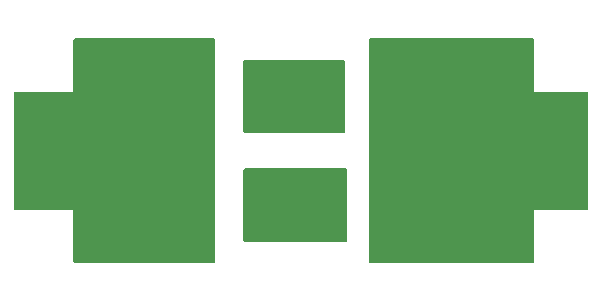
<source format=gbr>
%TF.GenerationSoftware,KiCad,Pcbnew,7.0.2*%
%TF.CreationDate,2023-05-07T16:18:05+12:00*%
%TF.ProjectId,KicadCapBoard,4b696361-6443-4617-9042-6f6172642e6b,A*%
%TF.SameCoordinates,Original*%
%TF.FileFunction,Copper,L1,Top*%
%TF.FilePolarity,Positive*%
%FSLAX46Y46*%
G04 Gerber Fmt 4.6, Leading zero omitted, Abs format (unit mm)*
G04 Created by KiCad (PCBNEW 7.0.2) date 2023-05-07 16:18:05*
%MOMM*%
%LPD*%
G01*
G04 APERTURE LIST*
G04 Aperture macros list*
%AMRoundRect*
0 Rectangle with rounded corners*
0 $1 Rounding radius*
0 $2 $3 $4 $5 $6 $7 $8 $9 X,Y pos of 4 corners*
0 Add a 4 corners polygon primitive as box body*
4,1,4,$2,$3,$4,$5,$6,$7,$8,$9,$2,$3,0*
0 Add four circle primitives for the rounded corners*
1,1,$1+$1,$2,$3*
1,1,$1+$1,$4,$5*
1,1,$1+$1,$6,$7*
1,1,$1+$1,$8,$9*
0 Add four rect primitives between the rounded corners*
20,1,$1+$1,$2,$3,$4,$5,0*
20,1,$1+$1,$4,$5,$6,$7,0*
20,1,$1+$1,$6,$7,$8,$9,0*
20,1,$1+$1,$8,$9,$2,$3,0*%
G04 Aperture macros list end*
%TA.AperFunction,SMDPad,CuDef*%
%ADD10RoundRect,0.249999X-0.737501X-2.450001X0.737501X-2.450001X0.737501X2.450001X-0.737501X2.450001X0*%
%TD*%
%TA.AperFunction,ComponentPad*%
%ADD11R,10.000000X10.000000*%
%TD*%
G04 APERTURE END LIST*
D10*
%TO.P,C1,1*%
%TO.N,Net-(J1-Pin_1)*%
X118512500Y-81890000D03*
%TO.P,C1,2*%
%TO.N,Net-(C1-Pad2)*%
X123787500Y-81890000D03*
%TD*%
D11*
%TO.P,J2,1,Pin_1*%
%TO.N,Net-(J2-Pin_1)*%
X146600000Y-86500000D03*
%TD*%
%TO.P,J1,1,Pin_1*%
%TO.N,Net-(J1-Pin_1)*%
X108000000Y-86500000D03*
%TD*%
D10*
%TO.P,C4,1*%
%TO.N,Net-(C2-Pad2)*%
X129762500Y-91110000D03*
%TO.P,C4,2*%
%TO.N,Net-(J2-Pin_1)*%
X135037500Y-91110000D03*
%TD*%
%TO.P,C2,1*%
%TO.N,Net-(J1-Pin_1)*%
X118512500Y-91110000D03*
%TO.P,C2,2*%
%TO.N,Net-(C2-Pad2)*%
X123787500Y-91110000D03*
%TD*%
%TO.P,C3,1*%
%TO.N,Net-(C1-Pad2)*%
X129762500Y-81740000D03*
%TO.P,C3,2*%
%TO.N,Net-(J2-Pin_1)*%
X135037500Y-81740000D03*
%TD*%
%TA.AperFunction,Conductor*%
%TO.N,Net-(J1-Pin_1)*%
G36*
X119943039Y-77019685D02*
G01*
X119988794Y-77072489D01*
X120000000Y-77124000D01*
X120000000Y-95876000D01*
X119980315Y-95943039D01*
X119927511Y-95988794D01*
X119876000Y-96000000D01*
X108124000Y-96000000D01*
X108056961Y-95980315D01*
X108011206Y-95927511D01*
X108000000Y-95876000D01*
X108000000Y-77124000D01*
X108019685Y-77056961D01*
X108072489Y-77011206D01*
X108124000Y-77000000D01*
X119876000Y-77000000D01*
X119943039Y-77019685D01*
G37*
%TD.AperFunction*%
%TD*%
%TA.AperFunction,Conductor*%
%TO.N,Net-(C2-Pad2)*%
G36*
X131143039Y-88019685D02*
G01*
X131188794Y-88072489D01*
X131200000Y-88124000D01*
X131200000Y-94076000D01*
X131180315Y-94143039D01*
X131127511Y-94188794D01*
X131076000Y-94200000D01*
X122524000Y-94200000D01*
X122456961Y-94180315D01*
X122411206Y-94127511D01*
X122400000Y-94076000D01*
X122400000Y-88124000D01*
X122419685Y-88056961D01*
X122472489Y-88011206D01*
X122524000Y-88000000D01*
X131076000Y-88000000D01*
X131143039Y-88019685D01*
G37*
%TD.AperFunction*%
%TD*%
%TA.AperFunction,Conductor*%
%TO.N,Net-(J2-Pin_1)*%
G36*
X146943039Y-77019685D02*
G01*
X146988794Y-77072489D01*
X147000000Y-77124000D01*
X147000000Y-95876000D01*
X146980315Y-95943039D01*
X146927511Y-95988794D01*
X146876000Y-96000000D01*
X133124000Y-96000000D01*
X133056961Y-95980315D01*
X133011206Y-95927511D01*
X133000000Y-95876000D01*
X133000000Y-77124000D01*
X133019685Y-77056961D01*
X133072489Y-77011206D01*
X133124000Y-77000000D01*
X146876000Y-77000000D01*
X146943039Y-77019685D01*
G37*
%TD.AperFunction*%
%TD*%
%TA.AperFunction,Conductor*%
%TO.N,Net-(C1-Pad2)*%
G36*
X130943039Y-78819685D02*
G01*
X130988794Y-78872489D01*
X131000000Y-78924000D01*
X131000000Y-84876000D01*
X130980315Y-84943039D01*
X130927511Y-84988794D01*
X130876000Y-85000000D01*
X122524000Y-85000000D01*
X122456961Y-84980315D01*
X122411206Y-84927511D01*
X122400000Y-84876000D01*
X122400000Y-78924000D01*
X122419685Y-78856961D01*
X122472489Y-78811206D01*
X122524000Y-78800000D01*
X130876000Y-78800000D01*
X130943039Y-78819685D01*
G37*
%TD.AperFunction*%
%TD*%
M02*

</source>
